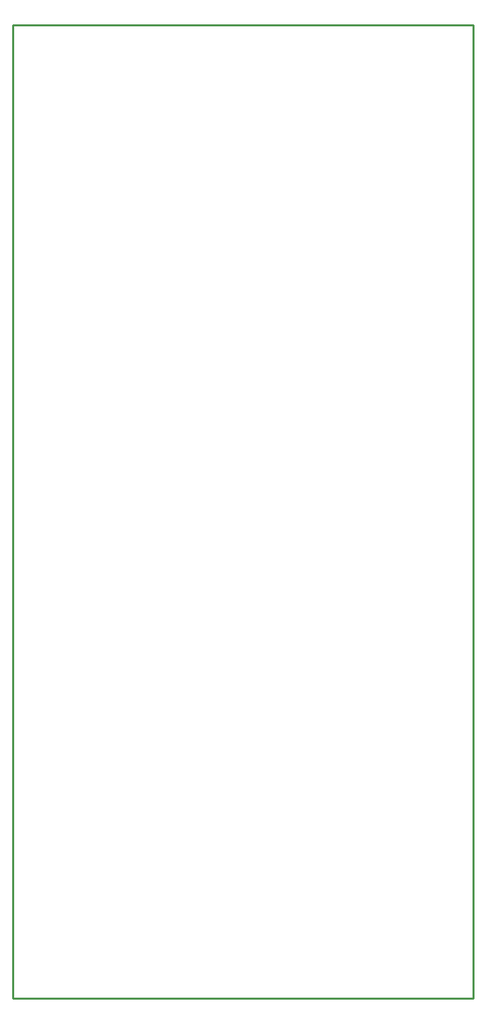
<source format=gm1>
G04 #@! TF.GenerationSoftware,KiCad,Pcbnew,5.0.1-33cea8e~68~ubuntu18.04.1*
G04 #@! TF.CreationDate,2018-11-20T23:31:39-05:00*
G04 #@! TF.ProjectId,power-pcb,706F7765722D7063622E6B696361645F,0.1*
G04 #@! TF.SameCoordinates,Original*
G04 #@! TF.FileFunction,Profile,NP*
%FSLAX45Y45*%
G04 Gerber Fmt 4.5, Leading zero omitted, Abs format (unit mm)*
G04 Created by KiCad (PCBNEW 5.0.1-33cea8e~68~ubuntu18.04.1) date Tue 20 Nov 2018 11:31:39 PM EST*
%MOMM*%
%LPD*%
G01*
G04 APERTURE LIST*
%ADD10C,0.254000*%
G04 APERTURE END LIST*
D10*
X17589500Y-4191000D02*
X11811000Y-4191000D01*
X17589500Y-16383000D02*
X17589500Y-4191000D01*
X11811000Y-16383000D02*
X17589500Y-16383000D01*
X11811000Y-4191000D02*
X11811000Y-16383000D01*
M02*

</source>
